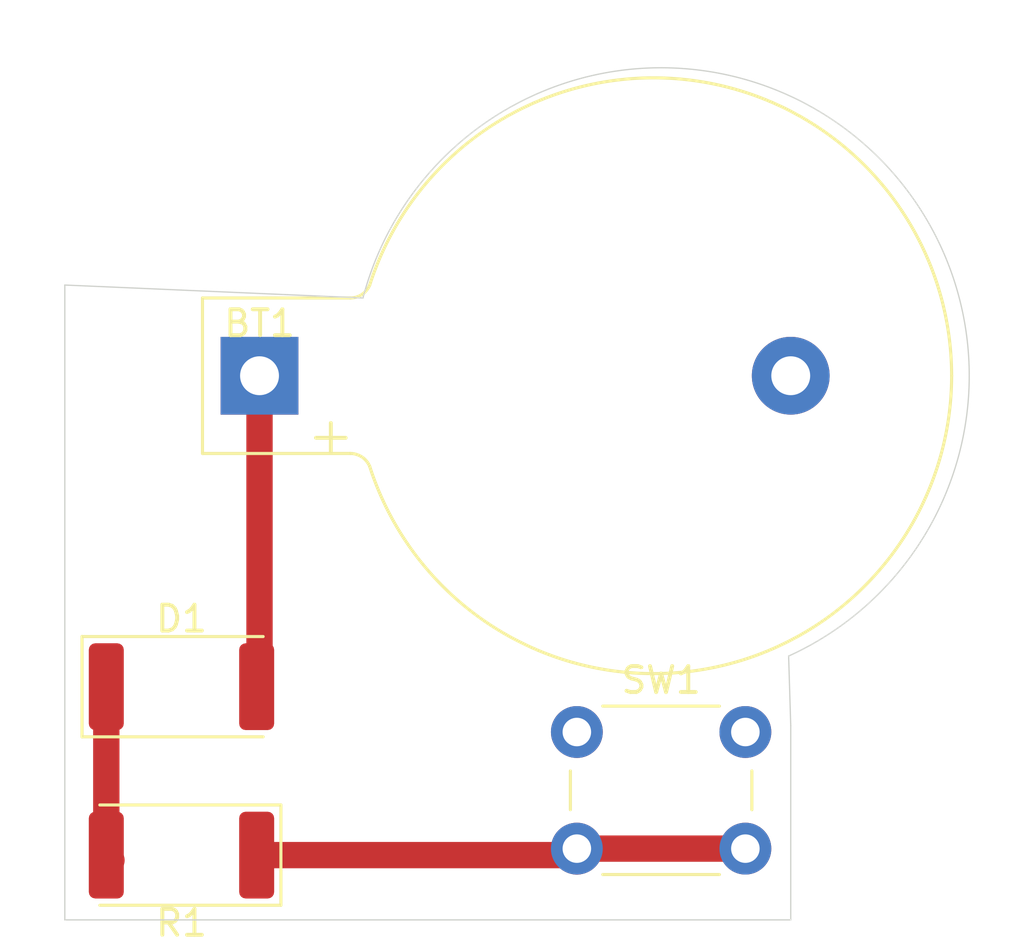
<source format=kicad_pcb>
(kicad_pcb (version 20240108) (generator "pcbnew") (generator_version "8.0")
  (layers (0 "F.Cu" signal) (31 "B.Cu" signal) (34 "B.Paste" user) (35 "F.Paste" user) (36 "B.SilkS" user "B.Silkscreen") (37 "F.SilkS" user "F.Silkscreen") (38 "B.Mask" user) (39 "F.Mask" user) (44 "Edge.Cuts" user))
  (net 0 "")
  (net 1 "GND")
  (net 2 "Net-(BT1-+)")
  (net 3 "Net-(D1-K)")
  (net 4 "Net-(SW1-B)")
  (footprint "Button_Switch_THT:SW_PUSH_6mm" (layer "F.Cu") (at 118.25 88.75)
    (property "Reference" "SW1" (at 3.25 -2 0) (layer "F.SilkS"))
    (property "Value" "SW_SPST")
    (fp_line (start -0.25 1.5) (end -0.25 3) (stroke (width 0.12)) (layer "F.SilkS"))
    (fp_line (start 1 5.5) (end 5.5 5.5) (stroke (width 0.12)) (layer "F.SilkS"))
    (fp_line (start 5.5 -1) (end 1 -1) (stroke (width 0.12)) (layer "F.SilkS"))
    (fp_line (start 6.75 3) (end 6.75 1.5) (stroke (width 0.12)) (layer "F.SilkS"))
    (pad "1" thru_hole circle (at 0 0 90) (size 2 2) (drill 1.1) (layers "*.Cu" "*.Mask") (net 1 "GND"))
    (pad "1" thru_hole circle (at 6.5 0 90) (size 2 2) (drill 1.1) (layers "*.Cu" "*.Mask") (net 1 "GND"))
    (pad "2" thru_hole circle (at 0 4.5 90) (size 2 2) (drill 1.1) (layers "*.Cu" "*.Mask") (net 4 "Net-(SW1-B)"))
    (pad "2" thru_hole circle (at 6.5 4.5 90) (size 2 2) (drill 1.1) (layers "*.Cu" "*.Mask") (net 4 "Net-(SW1-B)"))
  )
  (footprint "LED_SMD:LED_2512_6332Metric" (layer "F.Cu") (at 103 93.5 180)
    (property "Reference" "R1" (at 0 -2.62 360) (layer "F.SilkS"))
    (property "Value" "R_US")
    (fp_line (start 3.15 -1.935) (end -3.835 -1.935) (stroke (width 0.12)) (layer "F.SilkS"))
    (fp_line (start -3.835 1.935) (end 3.15 1.935) (stroke (width 0.12)) (layer "F.SilkS"))
    (fp_line (start -3.835 -1.935) (end -3.835 1.935) (stroke (width 0.12)) (layer "F.SilkS"))
    (pad "1" smd roundrect (at -2.9 0 180) (size 1.35 3.35) (layers "F.Cu" "F.Paste" "F.Mask") (roundrect_rratio 0.185185) (net 4 "Net-(SW1-B)"))
    (pad "2" smd roundrect (at 2.9 0 180) (size 1.35 3.35) (layers "F.Cu" "F.Paste" "F.Mask") (roundrect_rratio 0.185185) (net 3 "Net-(D1-K)"))
  )
  (footprint "LED_SMD:LED_2512_6332Metric" (layer "F.Cu") (at 103 87)
    (property "Reference" "D1" (at 0 -2.62 0) (layer "F.SilkS"))
    (property "Value" "LED")
    (fp_line (start -3.835 -1.935) (end -3.835 1.935) (stroke (width 0.12)) (layer "F.SilkS"))
    (fp_line (start -3.835 1.935) (end 3.15 1.935) (stroke (width 0.12)) (layer "F.SilkS"))
    (fp_line (start 3.15 -1.935) (end -3.835 -1.935) (stroke (width 0.12)) (layer "F.SilkS"))
    (pad "1" smd roundrect (at -2.9 0) (size 1.35 3.35) (layers "F.Cu" "F.Paste" "F.Mask") (roundrect_rratio 0.185185) (net 3 "Net-(D1-K)"))
    (pad "2" smd roundrect (at 2.9 0) (size 1.35 3.35) (layers "F.Cu" "F.Paste" "F.Mask") (roundrect_rratio 0.185185) (net 2 "Net-(BT1-+)"))
  )
  (footprint "Battery:BatteryHolder_Keystone_103_1x20mm" (layer "F.Cu") (at 106.01 75)
    (property "Reference" "BT1" (at 0 -2.019283 0) (layer "F.SilkS"))
    (property "Value" "Battery_Cell")
    (fp_line (start -2.2 -3) (end 3.5 -3) (stroke (width 0.12)) (layer "F.SilkS"))
    (fp_line (start -2.2 3) (end -2.2 -3) (stroke (width 0.12)) (layer "F.SilkS"))
    (fp_line (start -2.2 3) (end 3.5 3) (stroke (width 0.12)) (layer "F.SilkS"))
    (fp_arc (start 3.5 3) (mid 3.950694 3.136459) (end 4.25 3.5) (stroke (width 0.12)) (layer "F.SilkS"))
    (fp_arc (start 4.25 -3.5) (mid 3.950694 -3.136459) (end 3.5 -3) (stroke (width 0.12)) (layer "F.SilkS"))
    (fp_arc (start 4.25 -3.5) (mid 16.971103 -11.358466) (end 26.695671 0) (stroke (width 0.12)) (layer "F.SilkS"))
    (fp_arc (start 26.695671 0) (mid 16.971103 11.358466) (end 4.25 3.5) (stroke (width 0.12)) (layer "F.SilkS"))
    (fp_text user "+" (at 2.75 2.280717 0) (layer "F.SilkS") (effects (font (size 1.5 1.5))))
    (pad "1" thru_hole rect (at 0 0) (size 3 3) (drill 1.5) (layers "*.Cu" "*.Mask") (net 2 "Net-(BT1-+)"))
    (pad "2" thru_hole circle (at 20.49 0) (size 3 3) (drill 1.5) (layers "*.Cu" "*.Mask") (net 1 "GND"))
  )
  (gr_line (start 98.5 71.5) (end 110 72) (stroke (width 0.05)) (layer "Edge.Cuts"))
  (gr_line (start 98.5 96) (end 98.5 71.5) (stroke (width 0.05)) (layer "Edge.Cuts"))
  (gr_arc (start 110 72) (mid 129.153491 65.907471) (end 126.417992 85.819582) (stroke (width 0.05)) (layer "Edge.Cuts"))
  (gr_line (start 126.5 88.5) (end 126.5 96) (stroke (width 0.05)) (layer "Edge.Cuts"))
  (gr_line (start 126.417992 85.819582) (end 126.5 88.5) (stroke (width 0.05)) (layer "Edge.Cuts"))
  (gr_line (start 126.5 96) (end 98.5 96) (stroke (width 0.05)) (layer "Edge.Cuts"))
  (segment (start 106.01 86.89) (end 105.9 87) (width 1.016) (layer "F.Cu") (net 2))
  (segment (start 106.01 75) (end 106.01 86.89) (width 1.016) (layer "F.Cu") (net 2))
  (segment (start 100.3 93.7) (end 100.1 93.5) (width 1.016) (layer "F.Cu") (net 3))
  (segment (start 100.1 87) (end 100.1 93.8) (width 1.016) (layer "F.Cu") (net 3))
  (segment (start 118 93.5) (end 118.25 93.25) (width 1.016) (layer "F.Cu") (net 4))
  (segment (start 118.25 93.25) (end 124.75 93.25) (width 1.016) (layer "F.Cu") (net 4))
  (segment (start 105.9 93.5) (end 118 93.5) (width 1.016) (layer "F.Cu") (net 4))
  (segment (start 118 93.5) (end 118.25 93.75) (width 1.016) (layer "F.Cu") (net 4))
)
</source>
